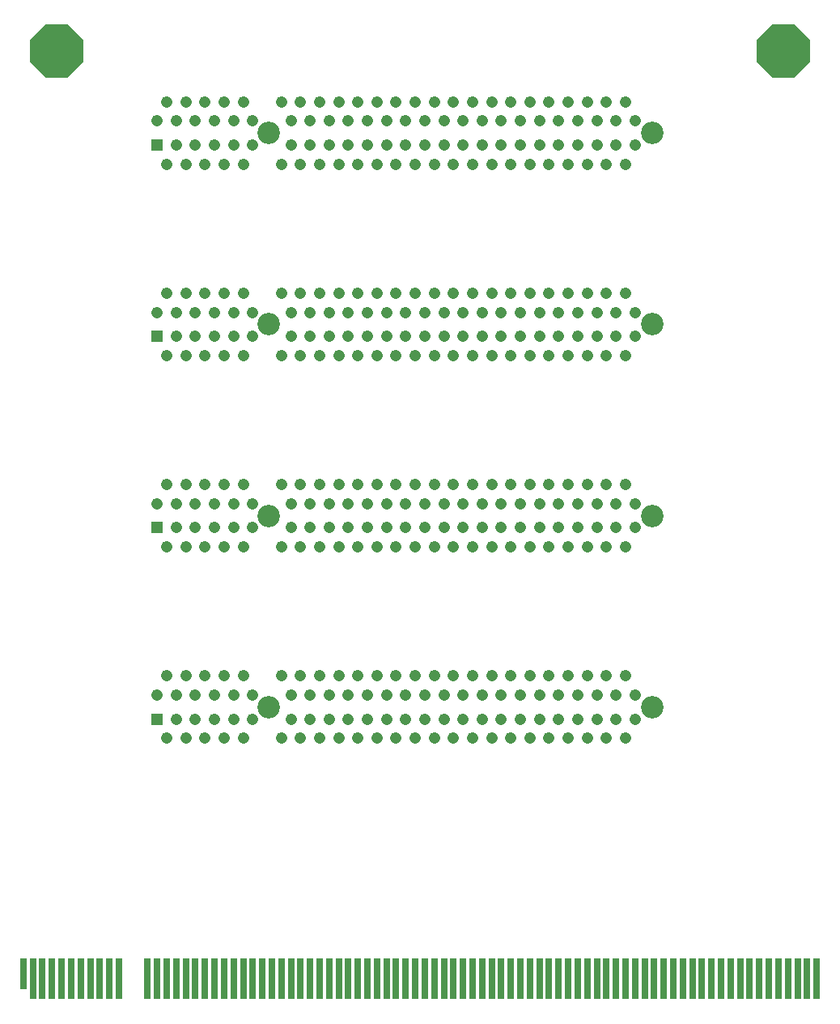
<source format=gbr>
%TF.GenerationSoftware,KiCad,Pcbnew,7.0.7*%
%TF.CreationDate,2023-09-16T13:26:46-04:00*%
%TF.ProjectId,AstroPix_telescope,41737472-6f50-4697-985f-74656c657363,1.1*%
%TF.SameCoordinates,Original*%
%TF.FileFunction,Soldermask,Bot*%
%TF.FilePolarity,Negative*%
%FSLAX46Y46*%
G04 Gerber Fmt 4.6, Leading zero omitted, Abs format (unit mm)*
G04 Created by KiCad (PCBNEW 7.0.7) date 2023-09-16 13:26:46*
%MOMM*%
%LPD*%
G01*
G04 APERTURE LIST*
G04 Aperture macros list*
%AMFreePoly0*
4,1,17,1.174443,2.785355,2.785356,1.174443,2.800000,1.139088,2.800000,-1.139088,2.785356,-1.174443,1.174443,-2.785355,1.139088,-2.800000,-1.139088,-2.800000,-1.174443,-2.785356,-2.785355,-1.174443,-2.800000,-1.139088,-2.800000,1.139088,-2.785354,1.174443,-1.174443,2.785356,-1.139088,2.800000,1.139088,2.800000,1.174443,2.785355,1.174443,2.785355,$1*%
G04 Aperture macros list end*
%ADD10FreePoly0,0.000000*%
%ADD11R,0.700000X3.200000*%
%ADD12R,0.700000X4.300000*%
%ADD13C,2.350000*%
%ADD14R,1.208000X1.208000*%
%ADD15C,1.208000*%
G04 APERTURE END LIST*
D10*
%TO.C,H2*%
X107760000Y-57365000D03*
%TD*%
%TO.C,H1*%
X183760000Y-57365000D03*
%TD*%
D11*
%TO.C,P1*%
X104260000Y-153815000D03*
D12*
X105260000Y-154365000D03*
X106260000Y-154365000D03*
X107260000Y-154365000D03*
X108260000Y-154365000D03*
X109260000Y-154365000D03*
X110260000Y-154365000D03*
X111260000Y-154365000D03*
X112260000Y-154365000D03*
X113260000Y-154365000D03*
X114260000Y-154365000D03*
X117260000Y-154365000D03*
X118260000Y-154365000D03*
X119260000Y-154365000D03*
X120260000Y-154365000D03*
X121260000Y-154365000D03*
X122260000Y-154365000D03*
X123260000Y-154365000D03*
X124260000Y-154365000D03*
X125260000Y-154365000D03*
X126260000Y-154365000D03*
X127260000Y-154365000D03*
X128260000Y-154365000D03*
X129260000Y-154365000D03*
X130260000Y-154365000D03*
X131260000Y-154365000D03*
X132260000Y-154365000D03*
X133260000Y-154365000D03*
X134260000Y-154365000D03*
X135260000Y-154365000D03*
X136260000Y-154365000D03*
X137260000Y-154365000D03*
X138260000Y-154365000D03*
X139260000Y-154365000D03*
X140260000Y-154365000D03*
X141260000Y-154365000D03*
X142260000Y-154365000D03*
X143260000Y-154365000D03*
X144260000Y-154365000D03*
X145260000Y-154365000D03*
X146260000Y-154365000D03*
X147260000Y-154365000D03*
X148260000Y-154365000D03*
X149260000Y-154365000D03*
X150260000Y-154365000D03*
X151260000Y-154365000D03*
X152260000Y-154365000D03*
X153260000Y-154365000D03*
X154260000Y-154365000D03*
X155260000Y-154365000D03*
X156260000Y-154365000D03*
X157260000Y-154365000D03*
X158260000Y-154365000D03*
X159260000Y-154365000D03*
X160260000Y-154365000D03*
X161260000Y-154365000D03*
X162260000Y-154365000D03*
X163260000Y-154365000D03*
X164260000Y-154365000D03*
X165260000Y-154365000D03*
X166260000Y-154365000D03*
X167260000Y-154365000D03*
X168260000Y-154365000D03*
X169260000Y-154365000D03*
X170260000Y-154365000D03*
X171260000Y-154365000D03*
X172260000Y-154365000D03*
X173260000Y-154365000D03*
X174260000Y-154365000D03*
X175260000Y-154365000D03*
X176260000Y-154365000D03*
X177260000Y-154365000D03*
X178260000Y-154365000D03*
X179260000Y-154365000D03*
X180260000Y-154365000D03*
X181260000Y-154365000D03*
X182260000Y-154365000D03*
X183260000Y-154365000D03*
X184260000Y-154365000D03*
X185260000Y-154365000D03*
X186260000Y-154365000D03*
X187260000Y-154365000D03*
%TD*%
D13*
%TO.C,J4*%
X170070000Y-65950000D03*
X129910000Y-65950000D03*
D14*
X118260000Y-67200000D03*
D15*
X119260000Y-69200000D03*
X120260000Y-67200000D03*
X121260000Y-69200000D03*
X122260000Y-67200000D03*
X123260000Y-69200000D03*
X124260000Y-67200000D03*
X125260000Y-69200000D03*
X126260000Y-67200000D03*
X127260000Y-69200000D03*
X128260000Y-67200000D03*
X131260000Y-69200000D03*
X132260000Y-67200000D03*
X133260000Y-69200000D03*
X134260000Y-67200000D03*
X135260000Y-69200000D03*
X136260000Y-67200000D03*
X137260000Y-69200000D03*
X138260000Y-67200000D03*
X139260000Y-69200000D03*
X140260000Y-67200000D03*
X141260000Y-69200000D03*
X142260000Y-67200000D03*
X143260000Y-69200000D03*
X144260000Y-67200000D03*
X145260000Y-69200000D03*
X146260000Y-67200000D03*
X147260000Y-69200000D03*
X148260000Y-67200000D03*
X149260000Y-69200000D03*
X150260000Y-67200000D03*
X151260000Y-69200000D03*
X152260000Y-67200000D03*
X153260000Y-69200000D03*
X154260000Y-67200000D03*
X155260000Y-69200000D03*
X156260000Y-67200000D03*
X157260000Y-69200000D03*
X158260000Y-67200000D03*
X159260000Y-69200000D03*
X160260000Y-67200000D03*
X161260000Y-69200000D03*
X162260000Y-67200000D03*
X163260000Y-69200000D03*
X164260000Y-67200000D03*
X165260000Y-69200000D03*
X166260000Y-67200000D03*
X167260000Y-69200000D03*
X168260000Y-67200000D03*
X118260000Y-64700000D03*
X119260000Y-62700000D03*
X120260000Y-64700000D03*
X121260000Y-62700000D03*
X122260000Y-64700000D03*
X123260000Y-62700000D03*
X124260000Y-64700000D03*
X125260000Y-62700000D03*
X126260000Y-64700000D03*
X127260000Y-62700000D03*
X128260000Y-64700000D03*
X131260000Y-62700000D03*
X132260000Y-64700000D03*
X133260000Y-62700000D03*
X134260000Y-64700000D03*
X135260000Y-62700000D03*
X136260000Y-64700000D03*
X137260000Y-62700000D03*
X138260000Y-64700000D03*
X139260000Y-62700000D03*
X140260000Y-64700000D03*
X141260000Y-62700000D03*
X142260000Y-64700000D03*
X143260000Y-62700000D03*
X144260000Y-64700000D03*
X145260000Y-62700000D03*
X146260000Y-64700000D03*
X147260000Y-62700000D03*
X148260000Y-64700000D03*
X149260000Y-62700000D03*
X150260000Y-64700000D03*
X151260000Y-62700000D03*
X152260000Y-64700000D03*
X153260000Y-62700000D03*
X154260000Y-64700000D03*
X155260000Y-62700000D03*
X156260000Y-64700000D03*
X157260000Y-62700000D03*
X158260000Y-64700000D03*
X159260000Y-62700000D03*
X160260000Y-64700000D03*
X161260000Y-62700000D03*
X162260000Y-64700000D03*
X163260000Y-62700000D03*
X164260000Y-64700000D03*
X165260000Y-62700000D03*
X166260000Y-64700000D03*
X167260000Y-62700000D03*
X168260000Y-64700000D03*
%TD*%
D13*
%TO.C,J3*%
X170070000Y-85950000D03*
X129910000Y-85950000D03*
D14*
X118260000Y-87200000D03*
D15*
X119260000Y-89200000D03*
X120260000Y-87200000D03*
X121260000Y-89200000D03*
X122260000Y-87200000D03*
X123260000Y-89200000D03*
X124260000Y-87200000D03*
X125260000Y-89200000D03*
X126260000Y-87200000D03*
X127260000Y-89200000D03*
X128260000Y-87200000D03*
X131260000Y-89200000D03*
X132260000Y-87200000D03*
X133260000Y-89200000D03*
X134260000Y-87200000D03*
X135260000Y-89200000D03*
X136260000Y-87200000D03*
X137260000Y-89200000D03*
X138260000Y-87200000D03*
X139260000Y-89200000D03*
X140260000Y-87200000D03*
X141260000Y-89200000D03*
X142260000Y-87200000D03*
X143260000Y-89200000D03*
X144260000Y-87200000D03*
X145260000Y-89200000D03*
X146260000Y-87200000D03*
X147260000Y-89200000D03*
X148260000Y-87200000D03*
X149260000Y-89200000D03*
X150260000Y-87200000D03*
X151260000Y-89200000D03*
X152260000Y-87200000D03*
X153260000Y-89200000D03*
X154260000Y-87200000D03*
X155260000Y-89200000D03*
X156260000Y-87200000D03*
X157260000Y-89200000D03*
X158260000Y-87200000D03*
X159260000Y-89200000D03*
X160260000Y-87200000D03*
X161260000Y-89200000D03*
X162260000Y-87200000D03*
X163260000Y-89200000D03*
X164260000Y-87200000D03*
X165260000Y-89200000D03*
X166260000Y-87200000D03*
X167260000Y-89200000D03*
X168260000Y-87200000D03*
X118260000Y-84700000D03*
X119260000Y-82700000D03*
X120260000Y-84700000D03*
X121260000Y-82700000D03*
X122260000Y-84700000D03*
X123260000Y-82700000D03*
X124260000Y-84700000D03*
X125260000Y-82700000D03*
X126260000Y-84700000D03*
X127260000Y-82700000D03*
X128260000Y-84700000D03*
X131260000Y-82700000D03*
X132260000Y-84700000D03*
X133260000Y-82700000D03*
X134260000Y-84700000D03*
X135260000Y-82700000D03*
X136260000Y-84700000D03*
X137260000Y-82700000D03*
X138260000Y-84700000D03*
X139260000Y-82700000D03*
X140260000Y-84700000D03*
X141260000Y-82700000D03*
X142260000Y-84700000D03*
X143260000Y-82700000D03*
X144260000Y-84700000D03*
X145260000Y-82700000D03*
X146260000Y-84700000D03*
X147260000Y-82700000D03*
X148260000Y-84700000D03*
X149260000Y-82700000D03*
X150260000Y-84700000D03*
X151260000Y-82700000D03*
X152260000Y-84700000D03*
X153260000Y-82700000D03*
X154260000Y-84700000D03*
X155260000Y-82700000D03*
X156260000Y-84700000D03*
X157260000Y-82700000D03*
X158260000Y-84700000D03*
X159260000Y-82700000D03*
X160260000Y-84700000D03*
X161260000Y-82700000D03*
X162260000Y-84700000D03*
X163260000Y-82700000D03*
X164260000Y-84700000D03*
X165260000Y-82700000D03*
X166260000Y-84700000D03*
X167260000Y-82700000D03*
X168260000Y-84700000D03*
%TD*%
D13*
%TO.C,J1*%
X170070000Y-125950000D03*
X129910000Y-125950000D03*
D14*
X118260000Y-127200000D03*
D15*
X119260000Y-129200000D03*
X120260000Y-127200000D03*
X121260000Y-129200000D03*
X122260000Y-127200000D03*
X123260000Y-129200000D03*
X124260000Y-127200000D03*
X125260000Y-129200000D03*
X126260000Y-127200000D03*
X127260000Y-129200000D03*
X128260000Y-127200000D03*
X131260000Y-129200000D03*
X132260000Y-127200000D03*
X133260000Y-129200000D03*
X134260000Y-127200000D03*
X135260000Y-129200000D03*
X136260000Y-127200000D03*
X137260000Y-129200000D03*
X138260000Y-127200000D03*
X139260000Y-129200000D03*
X140260000Y-127200000D03*
X141260000Y-129200000D03*
X142260000Y-127200000D03*
X143260000Y-129200000D03*
X144260000Y-127200000D03*
X145260000Y-129200000D03*
X146260000Y-127200000D03*
X147260000Y-129200000D03*
X148260000Y-127200000D03*
X149260000Y-129200000D03*
X150260000Y-127200000D03*
X151260000Y-129200000D03*
X152260000Y-127200000D03*
X153260000Y-129200000D03*
X154260000Y-127200000D03*
X155260000Y-129200000D03*
X156260000Y-127200000D03*
X157260000Y-129200000D03*
X158260000Y-127200000D03*
X159260000Y-129200000D03*
X160260000Y-127200000D03*
X161260000Y-129200000D03*
X162260000Y-127200000D03*
X163260000Y-129200000D03*
X164260000Y-127200000D03*
X165260000Y-129200000D03*
X166260000Y-127200000D03*
X167260000Y-129200000D03*
X168260000Y-127200000D03*
X118260000Y-124700000D03*
X119260000Y-122700000D03*
X120260000Y-124700000D03*
X121260000Y-122700000D03*
X122260000Y-124700000D03*
X123260000Y-122700000D03*
X124260000Y-124700000D03*
X125260000Y-122700000D03*
X126260000Y-124700000D03*
X127260000Y-122700000D03*
X128260000Y-124700000D03*
X131260000Y-122700000D03*
X132260000Y-124700000D03*
X133260000Y-122700000D03*
X134260000Y-124700000D03*
X135260000Y-122700000D03*
X136260000Y-124700000D03*
X137260000Y-122700000D03*
X138260000Y-124700000D03*
X139260000Y-122700000D03*
X140260000Y-124700000D03*
X141260000Y-122700000D03*
X142260000Y-124700000D03*
X143260000Y-122700000D03*
X144260000Y-124700000D03*
X145260000Y-122700000D03*
X146260000Y-124700000D03*
X147260000Y-122700000D03*
X148260000Y-124700000D03*
X149260000Y-122700000D03*
X150260000Y-124700000D03*
X151260000Y-122700000D03*
X152260000Y-124700000D03*
X153260000Y-122700000D03*
X154260000Y-124700000D03*
X155260000Y-122700000D03*
X156260000Y-124700000D03*
X157260000Y-122700000D03*
X158260000Y-124700000D03*
X159260000Y-122700000D03*
X160260000Y-124700000D03*
X161260000Y-122700000D03*
X162260000Y-124700000D03*
X163260000Y-122700000D03*
X164260000Y-124700000D03*
X165260000Y-122700000D03*
X166260000Y-124700000D03*
X167260000Y-122700000D03*
X168260000Y-124700000D03*
%TD*%
D13*
%TO.C,J2*%
X170070000Y-105950000D03*
X129910000Y-105950000D03*
D14*
X118260000Y-107200000D03*
D15*
X119260000Y-109200000D03*
X120260000Y-107200000D03*
X121260000Y-109200000D03*
X122260000Y-107200000D03*
X123260000Y-109200000D03*
X124260000Y-107200000D03*
X125260000Y-109200000D03*
X126260000Y-107200000D03*
X127260000Y-109200000D03*
X128260000Y-107200000D03*
X131260000Y-109200000D03*
X132260000Y-107200000D03*
X133260000Y-109200000D03*
X134260000Y-107200000D03*
X135260000Y-109200000D03*
X136260000Y-107200000D03*
X137260000Y-109200000D03*
X138260000Y-107200000D03*
X139260000Y-109200000D03*
X140260000Y-107200000D03*
X141260000Y-109200000D03*
X142260000Y-107200000D03*
X143260000Y-109200000D03*
X144260000Y-107200000D03*
X145260000Y-109200000D03*
X146260000Y-107200000D03*
X147260000Y-109200000D03*
X148260000Y-107200000D03*
X149260000Y-109200000D03*
X150260000Y-107200000D03*
X151260000Y-109200000D03*
X152260000Y-107200000D03*
X153260000Y-109200000D03*
X154260000Y-107200000D03*
X155260000Y-109200000D03*
X156260000Y-107200000D03*
X157260000Y-109200000D03*
X158260000Y-107200000D03*
X159260000Y-109200000D03*
X160260000Y-107200000D03*
X161260000Y-109200000D03*
X162260000Y-107200000D03*
X163260000Y-109200000D03*
X164260000Y-107200000D03*
X165260000Y-109200000D03*
X166260000Y-107200000D03*
X167260000Y-109200000D03*
X168260000Y-107200000D03*
X118260000Y-104700000D03*
X119260000Y-102700000D03*
X120260000Y-104700000D03*
X121260000Y-102700000D03*
X122260000Y-104700000D03*
X123260000Y-102700000D03*
X124260000Y-104700000D03*
X125260000Y-102700000D03*
X126260000Y-104700000D03*
X127260000Y-102700000D03*
X128260000Y-104700000D03*
X131260000Y-102700000D03*
X132260000Y-104700000D03*
X133260000Y-102700000D03*
X134260000Y-104700000D03*
X135260000Y-102700000D03*
X136260000Y-104700000D03*
X137260000Y-102700000D03*
X138260000Y-104700000D03*
X139260000Y-102700000D03*
X140260000Y-104700000D03*
X141260000Y-102700000D03*
X142260000Y-104700000D03*
X143260000Y-102700000D03*
X144260000Y-104700000D03*
X145260000Y-102700000D03*
X146260000Y-104700000D03*
X147260000Y-102700000D03*
X148260000Y-104700000D03*
X149260000Y-102700000D03*
X150260000Y-104700000D03*
X151260000Y-102700000D03*
X152260000Y-104700000D03*
X153260000Y-102700000D03*
X154260000Y-104700000D03*
X155260000Y-102700000D03*
X156260000Y-104700000D03*
X157260000Y-102700000D03*
X158260000Y-104700000D03*
X159260000Y-102700000D03*
X160260000Y-104700000D03*
X161260000Y-102700000D03*
X162260000Y-104700000D03*
X163260000Y-102700000D03*
X164260000Y-104700000D03*
X165260000Y-102700000D03*
X166260000Y-104700000D03*
X167260000Y-102700000D03*
X168260000Y-104700000D03*
%TD*%
M02*

</source>
